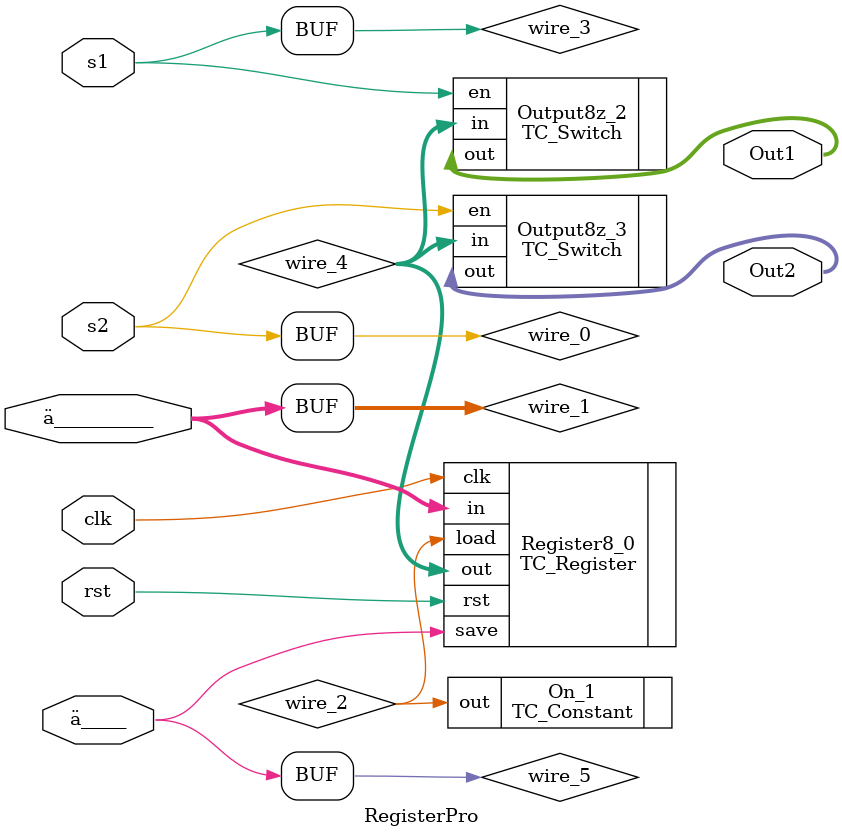
<source format=v>
module RegisterPro (clk, rst, s1, s2, \ä___________ , \ä_____ , Out1, Out2);
  parameter UUID = 0;
  parameter NAME = "";
  input wire clk;
  input wire rst;

  input  wire [0:0] s1;
  input  wire [0:0] s2;
  input  wire [7:0] \ä___________ ;
  input  wire [0:0] \ä_____ ;
  output  wire [7:0] Out1;
  output  wire [7:0] Out2;

  TC_Register # (.UUID(64'd1 ^ UUID), .BIT_WIDTH(64'd8)) Register8_0 (.clk(clk), .rst(rst), .load(wire_2), .save(wire_5), .in(wire_1), .out(wire_4));
  TC_Constant # (.UUID(64'd2 ^ UUID), .BIT_WIDTH(64'd1), .value(1'd1)) On_1 (.out(wire_2));
  TC_Switch # (.UUID(64'd3587491547824661070 ^ UUID), .BIT_WIDTH(64'd8)) Output8z_2 (.en(wire_3), .in(wire_4), .out(Out1));
  TC_Switch # (.UUID(64'd3434074906852594994 ^ UUID), .BIT_WIDTH(64'd8)) Output8z_3 (.en(wire_0), .in(wire_4), .out(Out2));

  wire [0:0] wire_0;
  assign wire_0 = s2;
  wire [7:0] wire_1;
  assign wire_1 = \ä___________ ;
  wire [0:0] wire_2;
  wire [0:0] wire_3;
  assign wire_3 = s1;
  wire [7:0] wire_4;
  wire [0:0] wire_5;
  assign wire_5 = \ä_____ ;

endmodule

</source>
